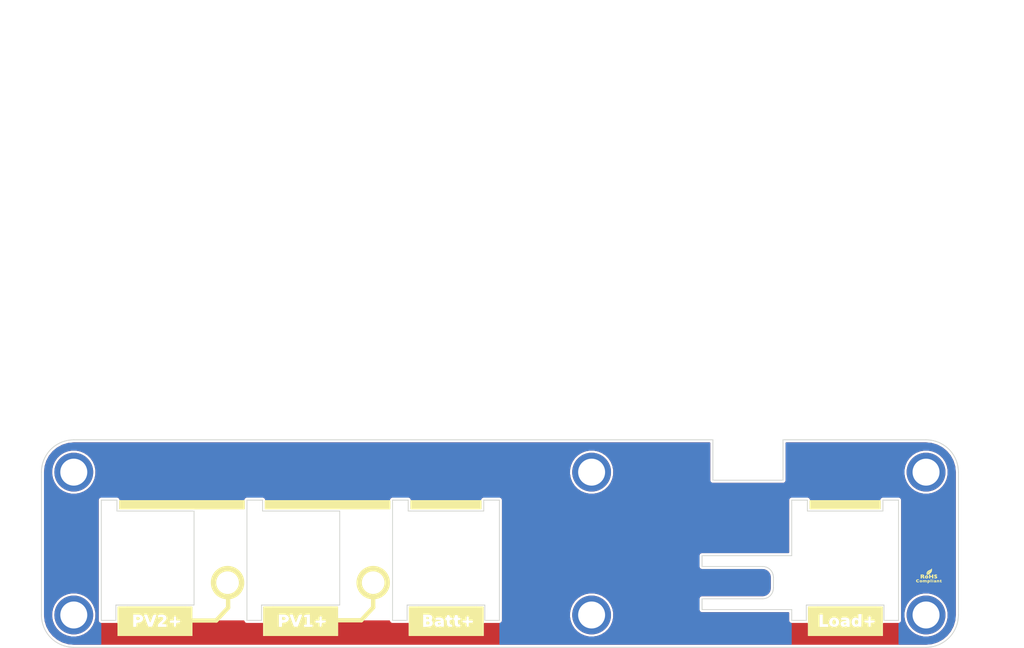
<source format=kicad_pcb>
(kicad_pcb (version 4) (host pcbnew 4.0.6-e0-6349~53~ubuntu14.04.1)
  (title_block (title SBMS120) (rev 03) (company "Electrodacus (Schematic and PCB layout released under CC-BY-SA 3.0 licence)"))
  (layers (0 F.Cu signal) (31 B.Cu signal) (34 B.Paste user) (35 F.Paste user) (36 B.SilkS user) (37 F.SilkS user) (38 B.Mask user) (39 F.Mask user) (44 Edge.Cuts user))
  (net 0 "")
  (net 1 /BAT0)
  (net 2 /CPV1P)
  (net 3 /CPV2P)
  (net 4 /CSI1a)
  (net 5 /CSI2a)
  (net 6 /LDMON)
  (net 7 /PV+)
  (net 8 /PV1)
  (net 9 /PV2)
  (net 10 GND)
  (net 11 "Net-(D7-Pad1)")
  (module dacusnewlib:H1-5mm-7.2 (layer F.Cu) (at 56 117.5)
    (fp_text reference "" hide)
    (fp_text value "" hide)
    (pad "" thru_hole circle (at 0 0) (size 7.2 7.2) (drill 5) (layers *.Cu))
  )
  (module dacusnewlib:H1-5mm-7.2 (layer F.Cu) (at 56 144)
    (fp_text reference "" hide)
    (fp_text value "" hide)
    (pad "" thru_hole circle (at 0 0) (size 7.2 7.2) (drill 5) (layers *.Cu))
  )
  (module dacusnewlib:H1-5mm-7.2 (layer F.Cu) (at 152 117.5)
    (fp_text reference "" hide)
    (fp_text value "" hide)
    (pad "" thru_hole circle (at 0 0) (size 7.2 7.2) (drill 5) (layers *.Cu))
  )
  (module dacusnewlib:H1-5mm-7.2 (layer F.Cu) (at 152 144)
    (fp_text reference "" hide)
    (fp_text value "" hide)
    (pad "" thru_hole circle (at 0 0) (size 7.2 7.2) (drill 5) (layers *.Cu))
  )
  (module dacusnewlib:H1-5mm-7.2 (layer F.Cu) (at 214 117.5)
    (fp_text reference "" hide)
    (fp_text value "" hide)
    (pad "" thru_hole circle (at 0 0) (size 7.2 7.2) (drill 5) (layers *.Cu))
  )
  (module dacusnewlib:H1-5mm-7.2 (layer F.Cu) (at 214 144)
    (fp_text reference "" hide)
    (fp_text value "" hide)
    (pad "" thru_hole circle (at 0 0) (size 7.2 7.2) (drill 5) (layers *.Cu))
  )
  (module dacusnewlib:LOGO-pv2 (layer F.Cu) (at 71.25 145.02)
    (fp_text reference G*** hide)
    (fp_text value LOGO hide)
  )
  (module dacusnewlib:LOGO-pv1 (layer F.Cu) (at 98.25 145.02)
    (fp_text reference G*** hide)
    (fp_text value LOGO hide)
  )
  (module dacusnewlib:LOGO-batt2 (layer F.Cu) (at 125.25 145.02)
    (fp_text reference G*** hide)
    (fp_text value LOGO hide)
  )
  (module dacusnewlib:LOGO-Load (layer F.Cu) (at 199.25 145.02)
    (fp_text reference G*** hide)
    (fp_text value LOGO hide)
  )
  (module dacusnewlib:H1-5mm-mask (layer F.Cu) (at 84.5 138)
    (fp_text reference "" hide)
    (fp_text value "" hide)
  )
  (module dacusnewlib:H1-5mm-mask (layer F.Cu) (at 111.5 138)
    (fp_text reference "" hide)
    (fp_text value "" hide)
  )
  (module dacusnewlib:Logo-silk-ROHS (layer F.Cu) (at 214.56 136.74)
    (fp_text reference G*** hide)
    (fp_text value LOGO hide)
  )
  (gr_arc (start 111.5 138) (end 111.5 140.6) (angle 359.7796327) (layer F.SilkS) (width 1))
  (gr_arc (start 84.5 138) (end 84.5 140.6) (angle 359.7) (layer F.SilkS) (width 1))
  (gr_line (start 185.7 137) (end 185.7 139) (layer Edge.Cuts) (width 0.15))
  (gr_arc (start 183.7 139) (end 183.7 141) (angle -90) (layer Edge.Cuts) (width 0.15))
  (gr_arc (start 183.7 137) (end 183.7 135) (angle 90) (layer Edge.Cuts) (width 0.15))
  (gr_line (start 189.1 143) (end 189.1 145) (layer Edge.Cuts) (width 0.15))
  (gr_line (start 172.48 143) (end 189.1 143) (layer Edge.Cuts) (width 0.15))
  (gr_line (start 172.48 143) (end 172.48 141) (layer Edge.Cuts) (width 0.15))
  (gr_line (start 183.7 141) (end 172.48 141) (layer Edge.Cuts) (width 0.15))
  (gr_line (start 172.48 135) (end 183.7 135) (layer Edge.Cuts) (width 0.15))
  (gr_line (start 172.48 133) (end 172.48 135) (layer Edge.Cuts) (width 0.15))
  (gr_line (start 172.48 133) (end 189.1 133) (layer Edge.Cuts) (width 0.15))
  (gr_line (start 187.48 111.5) (end 214 111.5) (layer Edge.Cuts) (width 0.15))
  (gr_line (start 174.48 119) (end 174.48 111.5) (layer Edge.Cuts) (width 0.15))
  (gr_line (start 187.48 119) (end 174.48 119) (layer Edge.Cuts) (width 0.15))
  (gr_line (start 187.48 111.5) (end 187.48 119) (layer Edge.Cuts) (width 0.15))
  (gr_line (start 84.61 140.71) (end 84.61 142.65) (layer F.SilkS) (width 0.8))
  (gr_line (start 82.41 145.03) (end 77.7 145.03) (layer F.SilkS) (width 0.8))
  (gr_line (start 84.61 142.65) (end 82.41 145.03) (layer F.SilkS) (width 0.8))
  (gr_line (start 109.3 144.98) (end 104.59 144.98) (layer F.SilkS) (width 0.8))
  (gr_line (start 111.5 142.6) (end 109.3 144.98) (layer F.SilkS) (width 0.8))
  (gr_line (start 111.5 140.66) (end 111.5 142.6) (layer F.SilkS) (width 0.8))
  (gr_line (start 206.2 145) (end 206.2 142.15) (layer Edge.Cuts) (width 0.15))
  (gr_line (start 208.9 145) (end 206.2 145) (layer Edge.Cuts) (width 0.15))
  (gr_line (start 191.8 142.15) (end 206.2 142.15) (layer Edge.Cuts) (width 0.15))
  (gr_line (start 191.8 145) (end 191.8 142.15) (layer Edge.Cuts) (width 0.15))
  (gr_line (start 189.1 145) (end 191.8 145) (layer Edge.Cuts) (width 0.15))
  (gr_line (start 132.2 145) (end 132.2 142.15) (layer Edge.Cuts) (width 0.15))
  (gr_line (start 134.9 145) (end 132.2 145) (layer Edge.Cuts) (width 0.15))
  (gr_line (start 117.8 142.15) (end 132.2 142.15) (layer Edge.Cuts) (width 0.15))
  (gr_line (start 117.8 145) (end 117.8 142.15) (layer Edge.Cuts) (width 0.15))
  (gr_line (start 115.1 145) (end 117.8 145) (layer Edge.Cuts) (width 0.15))
  (gr_line (start 63.8 142.15) (end 78.3 142.15) (layer Edge.Cuts) (width 0.15))
  (gr_line (start 63.8 145) (end 63.8 142.15) (layer Edge.Cuts) (width 0.15))
  (gr_line (start 61.1 145) (end 63.8 145) (layer Edge.Cuts) (width 0.15))
  (gr_line (start 90.8 145) (end 90.8 142.15) (layer Edge.Cuts) (width 0.15))
  (gr_line (start 88.1 145) (end 90.8 145) (layer Edge.Cuts) (width 0.15))
  (gr_line (start 105.3 142.15) (end 90.8 142.15) (layer Edge.Cuts) (width 0.15))
  (gr_line (start 50 144) (end 50 117.5) (layer Edge.Cuts) (width 0.15))
  (gr_line (start 206 122.7) (end 206 124.71) (layer Edge.Cuts) (width 0.15))
  (gr_line (start 208.9 122.7) (end 206 122.7) (layer Edge.Cuts) (width 0.15))
  (gr_line (start 208.9 145) (end 208.9 122.7) (layer Edge.Cuts) (width 0.15))
  (gr_line (start 132 122.7) (end 132 124.71) (layer Edge.Cuts) (width 0.15))
  (gr_line (start 134.9 122.7) (end 132 122.7) (layer Edge.Cuts) (width 0.15))
  (gr_line (start 134.9 145) (end 134.9 122.7) (layer Edge.Cuts) (width 0.15))
  (gr_line (start 192 122.7) (end 192 124.71) (layer Edge.Cuts) (width 0.15))
  (gr_line (start 189.1 122.7) (end 192 122.7) (layer Edge.Cuts) (width 0.15))
  (gr_line (start 189.1 133) (end 189.1 122.7) (layer Edge.Cuts) (width 0.15))
  (gr_line (start 118 122.7) (end 118 124.71) (layer Edge.Cuts) (width 0.15))
  (gr_line (start 115.1 122.7) (end 118 122.7) (layer Edge.Cuts) (width 0.15))
  (gr_line (start 115.1 145) (end 115.1 122.7) (layer Edge.Cuts) (width 0.15))
  (gr_line (start 91 122.7) (end 91 124.71) (layer Edge.Cuts) (width 0.15))
  (gr_line (start 88.1 122.7) (end 91 122.7) (layer Edge.Cuts) (width 0.15))
  (gr_line (start 88.1 145) (end 88.1 122.7) (layer Edge.Cuts) (width 0.15))
  (gr_line (start 64 124.71) (end 64 122.7) (layer Edge.Cuts) (width 0.15))
  (gr_line (start 61.1 122.7) (end 64 122.7) (layer Edge.Cuts) (width 0.15))
  (gr_line (start 61.1 145) (end 61.1 122.7) (layer Edge.Cuts) (width 0.15))
  (gr_arc (start 56 144) (end 56 150) (angle 90) (layer Edge.Cuts) (width 0.15))
  (gr_arc (start 56 117.5) (end 50 117.5) (angle 90) (layer Edge.Cuts) (width 0.15))
  (gr_line (start 192 124.71) (end 206 124.71) (layer Edge.Cuts) (width 0.15))
  (gr_line (start 118 124.71) (end 132 124.71) (layer Edge.Cuts) (width 0.15))
  (gr_line (start 105.3 124.71) (end 105.3 142.15) (layer Edge.Cuts) (width 0.15))
  (gr_line (start 91 124.71) (end 105.3 124.71) (layer Edge.Cuts) (width 0.15))
  (gr_line (start 78.3 124.71) (end 78.3 142.15) (layer Edge.Cuts) (width 0.15))
  (gr_line (start 64 124.71) (end 78.3 124.71) (layer Edge.Cuts) (width 0.15))
  (gr_arc (start 214 117.5) (end 214 111.5) (angle 90) (layer Edge.Cuts) (width 0.15))
  (gr_arc (start 214 144) (end 220 144) (angle 90) (layer Edge.Cuts) (width 0.15))
  (gr_line (start 56 111.5) (end 174.48 111.5) (angle 90) (layer Edge.Cuts) (width 0.15))
  (gr_line (start 56 150) (end 214 150) (angle 90) (layer Edge.Cuts) (width 0.15))
  (gr_line (start 220 144) (end 220 117.5) (angle 90) (layer Edge.Cuts) (width 0.15))
  (zone (net 0) (net_name "") (layer F.Cu) (connect_pads yes (clearance 0.4)) (min_thickness 0.3) (fill yes (arc_segments 32) (thermal_gap 0.508) (thermal_bridge_width 0.508))
    (polygon (pts (xy 51.4 148.62) (xy 55 150) (xy 215 150) (xy 218.59 148.63) (xy 220 145) (xy 220 116.5) (xy 218.63 112.91) (xy 215 111.5) (xy 187.48 111.5) (xy 187.48 119) (xy 174.48 119) (xy 174.48 111.5) (xy 55 111.5) (xy 51.41 112.86) (xy 50 116.5) (xy 50 145)))
  )
  (zone (net 0) (net_name "") (layer F.Cu) (connect_pads (clearance 0.3)) (min_thickness 0.254)
    (keepout (tracks not_allowed) (vias not_allowed) (copperpour not_allowed))
    (fill yes (arc_segments 16) (thermal_gap 0.508) (thermal_bridge_width 0.508))
    (polygon (pts (xy 189.1 145) (xy 192.1 145) (xy 192.1 147.9) (xy 206 147.9) (xy 206 145) (xy 208.9 145) (xy 208.9 122.7) (xy 189.1 122.7) (xy 189.1 133) (xy 172.48 133) (xy 172.48 135) (xy 185.5 135) (xy 185.5 141) (xy 172.48 141) (xy 172.48 143) (xy 189.1 143)))
  )
  (zone (net 0) (net_name "") (layer F.SilkS) (connect_pads (clearance 0.4)) (min_thickness 0.254) (fill yes (arc_segments 16) (thermal_gap 0.508) (thermal_bridge_width 0.508))
    (polygon (pts (xy 64.1 147.9) (xy 78 147.9) (xy 78 142.4) (xy 76.6 142.4) (xy 76.6 146.9) (xy 66 146.9) (xy 66 142.4) (xy 64.1 142.4)))
  )
  (zone (net 0) (net_name "") (layer F.Cu) (connect_pads (clearance 0.3)) (min_thickness 0.254)
    (keepout (tracks not_allowed) (vias not_allowed) (copperpour not_allowed))
    (fill yes (arc_segments 16) (thermal_gap 0.508) (thermal_bridge_width 0.508))
    (polygon (pts (xy 61.1 145) (xy 64.1 145) (xy 64.1 147.9) (xy 78 147.9) (xy 78 145) (xy 91.1 145) (xy 91.1 147.9) (xy 105 147.9) (xy 105 145) (xy 118.1 145) (xy 118.1 147.9) (xy 132 147.9) (xy 132 145) (xy 134.9 145) (xy 134.9 122.7) (xy 61.1 122.7)))
  )
  (zone (net 0) (net_name "") (layer F.SilkS) (connect_pads (clearance 0.4)) (min_thickness 0.254) (fill yes (arc_segments 16) (thermal_gap 0.508) (thermal_bridge_width 0.508))
    (polygon (pts (xy 91.1 147.9) (xy 105 147.9) (xy 105 142.4) (xy 103.6 142.4) (xy 103.6 146.9) (xy 93 146.9) (xy 93 142.4) (xy 91.1 142.4)))
  )
  (zone (net 0) (net_name "") (layer F.SilkS) (connect_pads (clearance 0.4)) (min_thickness 0.254) (fill yes (arc_segments 16) (thermal_gap 0.508) (thermal_bridge_width 0.508))
    (polygon (pts (xy 118.1 147.9) (xy 132 147.9) (xy 132 142.4) (xy 130.6 142.4) (xy 130.6 146.9) (xy 120 146.9) (xy 120 142.4) (xy 118.1 142.4)))
  )
  (zone (net 0) (net_name "") (layer F.SilkS) (connect_pads (clearance 0.4)) (min_thickness 0.254) (fill yes (arc_segments 16) (thermal_gap 0.508) (thermal_bridge_width 0.508))
    (polygon (pts (xy 192.1 147.9) (xy 206 147.9) (xy 206 142.4) (xy 204.6 142.4) (xy 204.6 146.9) (xy 194 146.9) (xy 194 142.4) (xy 192.1 142.4)))
  )
  (zone (net 0) (net_name "") (layer F.SilkS) (connect_pads (clearance 0.4)) (min_thickness 0.254) (fill yes (arc_segments 16) (thermal_gap 0.508) (thermal_bridge_width 0.508))
    (polygon (pts (xy 64.4 124.4) (xy 87.7 124.4) (xy 87.7 122.7) (xy 64.4 122.7)))
  )
  (zone (net 0) (net_name "") (layer F.SilkS) (connect_pads (clearance 0.4)) (min_thickness 0.254) (fill yes (arc_segments 16) (thermal_gap 0.508) (thermal_bridge_width 0.508))
    (polygon (pts (xy 91.4 124.4) (xy 114.7 124.4) (xy 114.7 122.7) (xy 91.4 122.7)))
  )
  (zone (net 0) (net_name "") (layer F.SilkS) (connect_pads (clearance 0.4)) (min_thickness 0.254) (fill yes (arc_segments 16) (thermal_gap 0.508) (thermal_bridge_width 0.508))
    (polygon (pts (xy 118.4 124.4) (xy 131.6 124.4) (xy 131.6 122.7) (xy 118.4 122.7)))
  )
  (zone (net 0) (net_name "") (layer F.SilkS) (connect_pads (clearance 0.4)) (min_thickness 0.254) (fill yes (arc_segments 16) (thermal_gap 0.508) (thermal_bridge_width 0.508))
    (polygon (pts (xy 192.4 124.4) (xy 205.6 124.4) (xy 205.6 122.7) (xy 192.4 122.7)))
  )
  (zone (net 0) (net_name "") (layer B.Cu) (connect_pads yes (clearance 0.4)) (min_thickness 0.3) (fill yes (arc_segments 32) (thermal_gap 0.508) (thermal_bridge_width 0.508))
    (polygon (pts (xy 51.4 148.62) (xy 55 150) (xy 215 150) (xy 218.59 148.63) (xy 220 145) (xy 220 116.5) (xy 218.63 112.91) (xy 215 111.5) (xy 187.48 111.5) (xy 187.48 119) (xy 174.48 119) (xy 174.48 111.5) (xy 55 111.5) (xy 51.41 112.86) (xy 50 116.5) (xy 50 145)))
  )
  (zone (net 0) (net_name "") (layer B.Cu) (connect_pads (clearance 0.3)) (min_thickness 0.254)
    (keepout (tracks not_allowed) (vias not_allowed) (copperpour not_allowed))
    (fill yes (arc_segments 16) (thermal_gap 0.508) (thermal_bridge_width 0.508))
    (polygon (pts (xy 189.1 145) (xy 189.1 150) (xy 208.9 150) (xy 208.9 145) (xy 208.9 122.7) (xy 189.1 122.7) (xy 189.1 133) (xy 172.48 133) (xy 172.48 135) (xy 185.5 135) (xy 185.5 141) (xy 172.48 141) (xy 172.48 143) (xy 189.1 143)))
  )
  (zone (net 0) (net_name "") (layer B.Cu) (connect_pads (clearance 0.3)) (min_thickness 0.254)
    (keepout (tracks not_allowed) (vias not_allowed) (copperpour not_allowed))
    (fill yes (arc_segments 16) (thermal_gap 0.508) (thermal_bridge_width 0.508))
    (polygon (pts (xy 61.1 150) (xy 134.9 150) (xy 134.9 122.7) (xy 61.1 122.7)))
  )
)
</source>
